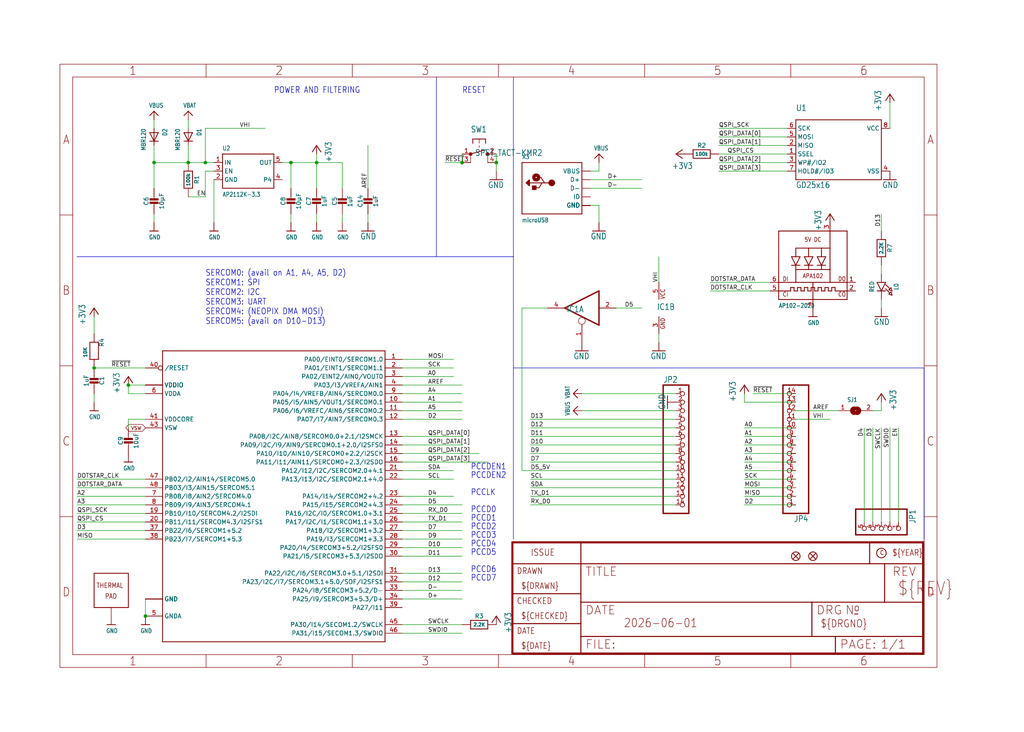
<source format=kicad_sch>
(kicad_sch (version 20231120) (generator "eeschema") (generator_version "8.0")
  (paper "User" 303.962 217.322)
  (lib_symbols
    (symbol "board-eagle-import:+3V3" (power)
      (symbol "+3V3_1_0"
        (pin power_in line (at 0 -2.54 90) (length 2.54) (name "+3V3") (number "1"))
      )
    )
    (symbol "board-eagle-import:741G125DBV"
      (property "Reference" "IC" (at -0.635 -0.635 0))
      (symbol "741G125DBV_1_0"
        (pin input line (at 0 10.16 270) (length 5.08) (name "OE") (number "1"))
        (pin input line (at -10.16 0 0) (length 5.08) (name "I") (number "2"))
        (pin tri_state line (at 10.16 0 180) (length 5.08) (name "O") (number "4"))
      )
      (symbol "741G125DBV_2_0"
        (text "GND" (at 1.905 -6.35 900) (effects (font (size 1.27 1.0795)) (justify left bottom)))
        (text "VCC" (at 1.905 2.54 900) (effects (font (size 1.27 1.0795)) (justify left bottom)))
        (pin power_in line (at 0 -7.62 90) (length 5.08) (name "GND") (number "3"))
        (pin power_in line (at 0 7.62 270) (length 5.08) (name "VCC") (number "5"))
      )
    )
    (symbol "board-eagle-import:APA1022020"
      (symbol "APA1022020_1_0"
        (text "5V DC" (at 0 7.62 0) (effects (font (size 1.27 1.0795))))
        (text "APA102" (at 0 -3.175 0) (effects (font (size 1.27 1.0795))))
        (text "CI" (at -8.128 -8.636 0) (effects (font (size 1.27 1.0795))))
        (text "CO" (at 8.636 -8.636 0) (effects (font (size 1.27 1.0795))))
        (text "DI" (at -8.128 -4.064 0) (effects (font (size 1.27 1.0795))))
        (text "DO" (at 8.636 -4.064 0) (effects (font (size 1.27 1.0795))))
        (pin output line (at 12.7 -5.08 180) (length 2.54) (name "DO") (number "1"))
        (pin output line (at 12.7 -7.62 180) (length 2.54) (name "CKO") (number "2"))
        (pin power_in line (at 5.08 12.7 270) (length 2.54) (name "VDD") (number "3"))
        (pin power_in line (at 0 -12.7 90) (length 2.54) (name "GND") (number "4"))
        (pin input line (at -12.7 -7.62 0) (length 2.54) (name "CKI") (number "5"))
        (pin input line (at -12.7 -5.08 0) (length 2.54) (name "DI") (number "6"))
      )
    )
    (symbol "board-eagle-import:ATSAMD51G_TQFN48"
      (symbol "ATSAMD51G_TQFN48_1_0"
        (pin bidirectional line (at 38.1 48.26 180) (length 5.08) (name "PA00/EINT0/SERCOM1.0") (number "1"))
        (pin bidirectional line (at 38.1 35.56 180) (length 5.08) (name "PA05/I5/AIN5/VOUT1/SERCOM0.1") (number "10"))
        (pin bidirectional line (at 38.1 33.02 180) (length 5.08) (name "PA06/I6/VREFC/AIN6/SERCOM0.2") (number "11"))
        (pin bidirectional line (at 38.1 30.48 180) (length 5.08) (name "PA07/I7/AIN7/SERCOM0.3") (number "12"))
        (pin bidirectional line (at 38.1 25.4 180) (length 5.08) (name "PA08/I2C/AIN8/SERCOM0.0+2.1/I2SMCK") (number "13"))
        (pin bidirectional line (at 38.1 22.86 180) (length 5.08) (name "PA09/I2C/I9/AIN9/SERCOM0.1+2.0/I2SFS0") (number "14"))
        (pin bidirectional line (at 38.1 20.32 180) (length 5.08) (name "PA10/I10/AIN10/SERCOM0+2.2/I2SCK") (number "15"))
        (pin bidirectional line (at 38.1 17.78 180) (length 5.08) (name "PA11/I11/AIN11/SERCOM0+2.3/I2SDO") (number "16"))
        (pin power_in line (at -38.1 40.64 0) (length 5.08) (name "VDDIO") (number "17"))
        (pin power_in line (at -38.1 -22.86 0) (length 5.08) (name "GND") (number "18"))
        (pin bidirectional line (at -38.1 2.54 0) (length 5.08) (name "PB10/I10/SERCOM4.2/I2SDI") (number "19"))
        (pin bidirectional line (at 38.1 45.72 180) (length 5.08) (name "PA01/EINT1/SERCOM1.1") (number "2"))
        (pin bidirectional line (at -38.1 0 0) (length 5.08) (name "PB11/I11/SERCOM4.3/I2SFS1") (number "20"))
        (pin bidirectional line (at 38.1 15.24 180) (length 5.08) (name "PA12/I12/I2C/SERCOM2.0+4.1") (number "21"))
        (pin bidirectional line (at 38.1 12.7 180) (length 5.08) (name "PA13/I13/I2C/SERCOM2.1+4.0") (number "22"))
        (pin bidirectional line (at 38.1 7.62 180) (length 5.08) (name "PA14/I14/SERCOM2+4.2") (number "23"))
        (pin bidirectional line (at 38.1 5.08 180) (length 5.08) (name "PA15/I15/SERCOM2+4.3") (number "24"))
        (pin bidirectional line (at 38.1 2.54 180) (length 5.08) (name "PA16/I2C/I0/SERCOM1.0+3.1") (number "25"))
        (pin bidirectional line (at 38.1 0 180) (length 5.08) (name "PA17/I2C/I1/SERCOM1.1+3.0") (number "26"))
        (pin bidirectional line (at 38.1 -2.54 180) (length 5.08) (name "PA18/I2/SERCOM1+3.2") (number "27"))
        (pin bidirectional line (at 38.1 -5.08 180) (length 5.08) (name "PA19/I3/SERCOM1+3.3") (number "28"))
        (pin bidirectional line (at 38.1 -7.62 180) (length 5.08) (name "PA20/I4/SERCOM3+5.2/I2SFS0") (number "29"))
        (pin bidirectional line (at 38.1 43.18 180) (length 5.08) (name "PA02/EINT2/AIN0/VOUT0") (number "3"))
        (pin bidirectional line (at 38.1 -10.16 180) (length 5.08) (name "PA21/I5/SERCOM3+5.3/I2SDO") (number "30"))
        (pin bidirectional line (at 38.1 -15.24 180) (length 5.08) (name "PA22/I2C/I6/SERCOM3.0+5.1/I2SDI") (number "31"))
        (pin bidirectional line (at 38.1 -17.78 180) (length 5.08) (name "PA23/I2C/I7/SERCOM3.1+5.0/SOF/I2SFS1") (number "32"))
        (pin bidirectional line (at 38.1 -20.32 180) (length 5.08) (name "PA24/I8/SERCOM3+5.2/D-") (number "33"))
        (pin bidirectional line (at 38.1 -22.86 180) (length 5.08) (name "PA25/I9/SERCOM3+5.3/D+") (number "34"))
        (pin power_in line (at -38.1 -22.86 0) (length 5.08) (name "GND") (number "35"))
        (pin power_in line (at -38.1 40.64 0) (length 5.08) (name "VDDIO") (number "36"))
        (pin bidirectional line (at -38.1 -2.54 0) (length 5.08) (name "PB22/I6/SERCOM1+5.2") (number "37"))
        (pin bidirectional line (at -38.1 -5.08 0) (length 5.08) (name "PB23/I7/SERCOM1+5.3") (number "38"))
        (pin bidirectional line (at 38.1 -25.4 180) (length 5.08) (name "PA27/I11") (number "39"))
        (pin bidirectional line (at 38.1 40.64 180) (length 5.08) (name "PA03/I3/VREFA/AIN1") (number "4"))
        (pin bidirectional inverted (at -38.1 45.72 0) (length 5.08) (name "/RESET") (number "40"))
        (pin power_in line (at -38.1 30.48 0) (length 5.08) (name "VDDCORE") (number "41"))
        (pin power_in line (at -38.1 -22.86 0) (length 5.08) (name "GND") (number "42"))
        (pin power_in line (at -38.1 27.94 0) (length 5.08) (name "VSW") (number "43"))
        (pin power_in line (at -38.1 40.64 0) (length 5.08) (name "VDDIO") (number "44"))
        (pin bidirectional line (at 38.1 -30.48 180) (length 5.08) (name "PA30/I14/SECOM1.2/SWCLK") (number "45"))
        (pin bidirectional line (at 38.1 -33.02 180) (length 5.08) (name "PA31/I15/SECOM1.3/SWDIO") (number "46"))
        (pin bidirectional line (at -38.1 12.7 0) (length 5.08) (name "PB02/I2/AIN14/SERCOM5.0") (number "47"))
        (pin bidirectional line (at -38.1 10.16 0) (length 5.08) (name "PB03/I3/AIN15/SERCOM5.1") (number "48"))
        (pin power_in line (at -38.1 -27.94 0) (length 5.08) (name "GNDA") (number "5"))
        (pin power_in line (at -38.1 38.1 0) (length 5.08) (name "VDDA") (number "6"))
        (pin bidirectional line (at -38.1 7.62 0) (length 5.08) (name "PB08/I8/AIN2/SERCOM4.0") (number "7"))
        (pin bidirectional line (at -38.1 5.08 0) (length 5.08) (name "PB09/I9/AIN3/SERCOM4.1") (number "8"))
        (pin bidirectional line (at 38.1 38.1 180) (length 5.08) (name "PA04/I4/VREFB/AIN4/SERCOM0.0") (number "9"))
      )
      (symbol "ATSAMD51G_TQFN48_2_0"
        (text "PAD" (at -1.905 -2.54 0) (effects (font (size 1.4224 1.209)) (justify left bottom)))
        (text "THERMAL" (at -4.445 0.635 0) (effects (font (size 1.4224 1.209)) (justify left bottom)))
        (pin power_in line (at 0 -7.62 90) (length 2.54) (name "TP") (number "THERMAL"))
      )
    )
    (symbol "board-eagle-import:CAP_CERAMIC0603_NO"
      (property "Reference" "C" (at -2.29 1.25 90))
      (symbol "CAP_CERAMIC0603_NO_1_0"
        (pin passive line (at 0 5.08 270) (length 2.54) (name "1") (number "1"))
        (pin passive line (at 0 -2.54 90) (length 2.54) (name "2") (number "2"))
      )
    )
    (symbol "board-eagle-import:CAP_CERAMIC0805-NOOUTLINE"
      (property "Reference" "C" (at -2.29 1.25 90))
      (symbol "CAP_CERAMIC0805-NOOUTLINE_1_0"
        (pin passive line (at 0 5.08 270) (length 2.54) (name "1") (number "1"))
        (pin passive line (at 0 -2.54 90) (length 2.54) (name "2") (number "2"))
      )
    )
    (symbol "board-eagle-import:CAP_CERAMIC_0603MP"
      (property "Reference" "C" (at -2.29 1.25 90))
      (symbol "CAP_CERAMIC_0603MP_1_0"
        (pin passive line (at 0 5.08 270) (length 2.54) (name "1") (number "1"))
        (pin passive line (at 0 -2.54 90) (length 2.54) (name "2") (number "2"))
      )
    )
    (symbol "board-eagle-import:CAP_CERAMIC_0805MP"
      (property "Reference" "C" (at -2.29 1.25 90))
      (symbol "CAP_CERAMIC_0805MP_1_0"
        (pin passive line (at 0 5.08 270) (length 2.54) (name "1") (number "1"))
        (pin passive line (at 0 -2.54 90) (length 2.54) (name "2") (number "2"))
      )
    )
    (symbol "board-eagle-import:DIODE_SOD-123FL"
      (property "Reference" "D" (at -2.54 2.54 0))
      (symbol "DIODE_SOD-123FL_1_0"
        (pin passive line (at -2.54 0 0) (length 2.54) (name "A") (number "A"))
        (pin passive line (at 2.54 0 180) (length 2.54) (name "C") (number "C"))
      )
    )
    (symbol "board-eagle-import:FIDUCIAL_1MM")
    (symbol "board-eagle-import:FRAME_A4"
      (symbol "FRAME_A4_1_0"
        (text "1" (at 21.6958 1.905 0) (effects (font (size 2.54 2.286))))
        (text "1" (at 21.6958 177.165 0) (effects (font (size 2.54 2.286))))
        (text "2" (at 65.0875 1.905 0) (effects (font (size 2.54 2.286))))
        (text "2" (at 65.0875 177.165 0) (effects (font (size 2.54 2.286))))
        (text "3" (at 108.4792 1.905 0) (effects (font (size 2.54 2.286))))
        (text "3" (at 108.4792 177.165 0) (effects (font (size 2.54 2.286))))
        (text "4" (at 151.8708 1.905 0) (effects (font (size 2.54 2.286))))
        (text "4" (at 151.8708 177.165 0) (effects (font (size 2.54 2.286))))
        (text "5" (at 195.2625 1.905 0) (effects (font (size 2.54 2.286))))
        (text "5" (at 195.2625 177.165 0) (effects (font (size 2.54 2.286))))
        (text "6" (at 238.6542 1.905 0) (effects (font (size 2.54 2.286))))
        (text "6" (at 238.6542 177.165 0) (effects (font (size 2.54 2.286))))
        (text "A" (at 1.905 156.6863 0) (effects (font (size 2.54 2.286))))
        (text "A" (at 258.445 156.6863 0) (effects (font (size 2.54 2.286))))
        (text "B" (at 1.905 111.9188 0) (effects (font (size 2.54 2.286))))
        (text "B" (at 258.445 111.9188 0) (effects (font (size 2.54 2.286))))
        (text "C" (at 1.905 67.1513 0) (effects (font (size 2.54 2.286))))
        (text "C" (at 258.445 67.1513 0) (effects (font (size 2.54 2.286))))
        (text "D" (at 1.905 22.3838 0) (effects (font (size 2.54 2.286))))
        (text "D" (at 258.445 22.3838 0) (effects (font (size 2.54 2.286))))
      )
      (symbol "FRAME_A4_2_0"
        (text "${#}/${##}" (at 108.9152 2.8448 0) (effects (font (size 2.54 2.54)) (justify left bottom)))
        (text "${CHECKED}" (at 2.2352 11.7348 0) (effects (font (size 1.778 1.5113)) (justify left bottom)))
        (text "${COMPANY}" (at 23.349 29.6735 0) (effects (font (size 3.175 2.6987) (thickness 0.5397) (bold yes)) (justify left bottom)))
        (text "${CURRENT_DATE}" (at 32.7152 9.1948 0) (effects (font (size 2.54 2.159)) (justify left bottom)))
        (text "${DATE}" (at 2.2352 2.8448 0) (effects (font (size 1.778 1.5113)) (justify left bottom)))
        (text "${DRAWN}" (at 2.2352 20.6248 0) (effects (font (size 1.778 1.5113)) (justify left bottom)))
        (text "${DRGNO}" (at 91.1352 9.1948 0) (effects (font (size 2.1844 1.8567)) (justify left bottom)))
        (text "${PROJECTNAME}" (at 33.0327 2.8448 0) (effects (font (size 2.54 2.159)) (justify left bottom)))
        (text "${REV}" (at 113.9952 18.7198 0) (effects (font (size 3.81 3.2385)) (justify left bottom)))
        (text "${YEAR}" (at 112.4077 30.4673 0) (effects (font (size 1.778 1.5113)) (justify left bottom)))
        (text "C" (at 108.7564 30.7848 0) (effects (font (size 1.27 1.0795)) (justify left bottom)))
        (text "CHECKED" (at 0.9652 16.1798 0) (effects (font (size 1.778 1.5113)) (justify left bottom)))
        (text "DATE" (at 0.9652 7.2898 0) (effects (font (size 1.778 1.5113)) (justify left bottom)))
        (text "DATE" (at 21.2852 13.0048 0) (effects (font (size 2.54 2.54)) (justify left bottom)))
        (text "DRAWN" (at 0.9652 25.0698 0) (effects (font (size 1.778 1.5113)) (justify left bottom)))
        (text "DRG" (at 89.8652 13.0048 0) (effects (font (size 2.54 2.54)) (justify left bottom)))
        (text "FILE:" (at 21.2852 2.8448 0) (effects (font (size 2.54 2.54)) (justify left bottom)))
        (text "ISSUE" (at 5.0927 30.4673 0) (effects (font (size 1.9304 1.6408)) (justify left bottom)))
        (text "N" (at 98.4377 13.0048 0) (effects (font (size 2.54 2.54)) (justify left bottom)))
        (text "o" (at 100.9777 13.9573 0) (effects (font (size 2.1844 1.8567)) (justify left bottom)))
        (text "PAGE:" (at 96.8502 2.8448 0) (effects (font (size 2.54 2.54)) (justify left bottom)))
        (text "REV" (at 112.4077 24.4348 0) (effects (font (size 2.54 2.54)) (justify left bottom)))
        (text "TITLE" (at 21.2852 24.4348 0) (effects (font (size 2.54 2.54)) (justify left bottom)))
      )
    )
    (symbol "board-eagle-import:GND" (power)
      (symbol "GND_1_0"
        (pin power_in line (at 0 2.54 270) (length 2.54) (name "GND") (number "1"))
      )
    )
    (symbol "board-eagle-import:HEADER-1X14"
      (property "Reference" "JP" (at -6.35 20.955 0))
      (symbol "HEADER-1X14_1_0"
        (pin passive inverted (at -2.54 17.78 0) (length 2.54) (name "1") (number "1"))
        (pin passive inverted (at -2.54 -5.08 0) (length 2.54) (name "10") (number "10"))
        (pin passive inverted (at -2.54 -7.62 0) (length 2.54) (name "11") (number "11"))
        (pin passive inverted (at -2.54 -10.16 0) (length 2.54) (name "12") (number "12"))
        (pin passive inverted (at -2.54 -12.7 0) (length 2.54) (name "13") (number "13"))
        (pin passive inverted (at -2.54 -15.24 0) (length 2.54) (name "14") (number "14"))
        (pin passive inverted (at -2.54 15.24 0) (length 2.54) (name "2") (number "2"))
        (pin passive inverted (at -2.54 12.7 0) (length 2.54) (name "3") (number "3"))
        (pin passive inverted (at -2.54 10.16 0) (length 2.54) (name "4") (number "4"))
        (pin passive inverted (at -2.54 7.62 0) (length 2.54) (name "5") (number "5"))
        (pin passive inverted (at -2.54 5.08 0) (length 2.54) (name "6") (number "6"))
        (pin passive inverted (at -2.54 2.54 0) (length 2.54) (name "7") (number "7"))
        (pin passive inverted (at -2.54 0 0) (length 2.54) (name "8") (number "8"))
        (pin passive inverted (at -2.54 -2.54 0) (length 2.54) (name "9") (number "9"))
      )
    )
    (symbol "board-eagle-import:HEADER-1X570MIL"
      (property "Reference" "JP" (at -6.35 8.255 0))
      (symbol "HEADER-1X570MIL_1_0"
        (pin passive inverted (at -2.54 5.08 0) (length 2.54) (name "1") (number "1"))
        (pin passive inverted (at -2.54 2.54 0) (length 2.54) (name "2") (number "2"))
        (pin passive inverted (at -2.54 0 0) (length 2.54) (name "3") (number "3"))
        (pin passive inverted (at -2.54 -2.54 0) (length 2.54) (name "4") (number "4"))
        (pin passive inverted (at -2.54 -5.08 0) (length 2.54) (name "5") (number "5"))
      )
    )
    (symbol "board-eagle-import:LED0603_NOOUTLINE"
      (property "Reference" "D" (at -1.27 4.445 0))
      (symbol "LED0603_NOOUTLINE_1_0"
        (pin passive line (at -5.08 0 0) (length 2.54) (name "A") (number "A"))
        (pin passive line (at 2.54 0 180) (length 2.54) (name "C") (number "C"))
      )
    )
    (symbol "board-eagle-import:RESISTOR_0603MP"
      (property "Reference" "R" (at 0 2.54 0))
      (symbol "RESISTOR_0603MP_1_0"
        (pin passive line (at -5.08 0 0) (length 2.54) (name "1") (number "1"))
        (pin passive line (at 5.08 0 180) (length 2.54) (name "2") (number "2"))
      )
    )
    (symbol "board-eagle-import:RESISTOR_0603_NOOUT"
      (property "Reference" "R" (at 0 2.54 0))
      (symbol "RESISTOR_0603_NOOUT_1_0"
        (pin passive line (at -5.08 0 0) (length 2.54) (name "1") (number "1"))
        (pin passive line (at 5.08 0 180) (length 2.54) (name "2") (number "2"))
      )
    )
    (symbol "board-eagle-import:SOLDERJUMPERCLOSED"
      (property "Reference" "SJ" (at -2.54 2.54 0))
      (symbol "SOLDERJUMPERCLOSED_1_0"
        (pin passive line (at -5.08 0 0) (length 2.54) (name "1") (number "1"))
        (pin passive line (at 5.08 0 180) (length 2.54) (name "2") (number "2"))
      )
    )
    (symbol "board-eagle-import:SPIFLASH_8PINUX"
      (property "Reference" "U" (at -12.7 12.7 0))
      (symbol "SPIFLASH_8PINUX_1_0"
        (pin bidirectional line (at -15.24 0 0) (length 2.54) (name "SSEL") (number "1"))
        (pin bidirectional line (at -15.24 2.54 0) (length 2.54) (name "MISO") (number "2"))
        (pin bidirectional line (at -15.24 -2.54 0) (length 2.54) (name "WP#/IO2") (number "3"))
        (pin bidirectional line (at 15.24 -5.08 180) (length 2.54) (name "VSS") (number "4"))
        (pin bidirectional line (at -15.24 5.08 0) (length 2.54) (name "MOSI") (number "5"))
        (pin bidirectional line (at -15.24 7.62 0) (length 2.54) (name "SCK") (number "6"))
        (pin bidirectional line (at -15.24 -5.08 0) (length 2.54) (name "HOLD#/IO3") (number "7"))
        (pin bidirectional line (at 15.24 7.62 180) (length 2.54) (name "VCC") (number "8"))
      )
    )
    (symbol "board-eagle-import:SPST_TACT-KMR2"
      (property "Reference" "SW" (at -6.35 -2.54 90))
      (symbol "SPST_TACT-KMR2_1_0"
        (pin passive line (at 0 -5.08 90) (length 2.54) (name "P") (number "1"))
        (pin passive line (at 0 5.08 270) (length 2.54) (name "S") (number "2"))
        (pin passive line (at 2.54 -5.08 90) (length 2.54) (name "P1") (number "3"))
        (pin passive line (at 2.54 5.08 270) (length 2.54) (name "S1") (number "4"))
      )
    )
    (symbol "board-eagle-import:USB_MICRO_20329_V2"
      (property "Reference" "X" (at -10.16 8.636 0))
      (symbol "USB_MICRO_20329_V2_1_0"
        (pin power_in line (at 10.16 -5.08 180) (length 2.54) (name "GND") (number "BASE@1"))
        (pin power_in line (at 10.16 -5.08 180) (length 2.54) (name "GND") (number "BASE@2"))
        (pin bidirectional line (at 10.16 2.54 180) (length 2.54) (name "D+") (number "D+"))
        (pin bidirectional line (at 10.16 0 180) (length 2.54) (name "D-") (number "D-"))
        (pin power_in line (at 10.16 -5.08 180) (length 2.54) (name "GND") (number "GND"))
        (pin bidirectional line (at 10.16 -2.54 180) (length 2.54) (name "ID") (number "ID"))
        (pin power_in line (at 10.16 -5.08 180) (length 2.54) (name "GND") (number "SPRT@1"))
        (pin power_in line (at 10.16 -5.08 180) (length 2.54) (name "GND") (number "SPRT@2"))
        (pin power_in line (at 10.16 -5.08 180) (length 2.54) (name "GND") (number "SPRT@3"))
        (pin power_in line (at 10.16 -5.08 180) (length 2.54) (name "GND") (number "SPRT@4"))
        (pin power_in line (at 10.16 5.08 180) (length 2.54) (name "VBUS") (number "VBUS"))
      )
    )
    (symbol "board-eagle-import:VBAT" (power)
      (symbol "VBAT_1_0"
        (pin power_in line (at 0 -2.54 90) (length 2.54) (name "VBAT") (number "1"))
      )
    )
    (symbol "board-eagle-import:VBUS" (power)
      (symbol "VBUS_1_0"
        (pin power_in line (at 0 -2.54 90) (length 2.54) (name "VBUS") (number "1"))
      )
    )
    (symbol "board-eagle-import:VREG_SOT23-5"
      (property "Reference" "U" (at -7.62 6.096 0))
      (symbol "VREG_SOT23-5_1_0"
        (pin power_in line (at -10.16 2.54 0) (length 2.54) (name "IN") (number "1"))
        (pin power_in line (at -10.16 -2.54 0) (length 2.54) (name "GND") (number "2"))
        (pin input line (at -10.16 0 0) (length 2.54) (name "EN") (number "3"))
        (pin bidirectional line (at 10.16 -2.54 180) (length 2.54) (name "P4") (number "4"))
        (pin power_in line (at 10.16 2.54 180) (length 2.54) (name "OUT") (number "5"))
      )
    )
    (symbol "board-eagle-import:supply1_GND" (power)
      (symbol "supply1_GND_1_0"
        (pin power_in line (at 0 2.54 270) (length 2.54) (name "GND") (number "1"))
      )
    )
  )
  (junction (at 137.16 48.26))
  (junction (at 27.94 109.22))
  (junction (at 60.96 48.26))
  (junction (at 55.88 48.26))
  (junction (at 86.36 48.26))
  (junction (at 38.1 114.3))
  (junction (at 147.32 48.26))
  (junction (at 43.18 182.88))
  (junction (at 45.72 48.26))
  (junction (at 93.98 48.26))
  (wire (pts (xy 93.98 48.26) (xy 101.6 48.26)) (stroke (width 0.1524)))
  (wire (pts (xy 86.36 55.88) (xy 86.36 48.26)) (stroke (width 0.1524)))
  (wire (pts (xy 236.22 137.16) (xy 220.98 137.16)) (stroke (width 0.1524)))
  (wire (pts (xy 134.62 139.7) (xy 119.38 139.7)) (stroke (width 0.1524)))
  (polyline (pts (xy 274.32 160.02) (xy 274.32 109.22)) (stroke (width 0.1524) (type solid)))
  (wire (pts (xy 119.38 124.46) (xy 137.16 124.46)) (stroke (width 0.1524)))
  (wire (pts (xy 157.48 132.08) (xy 200.66 132.08)) (stroke (width 0.1524)))
  (wire (pts (xy 119.38 175.26) (xy 137.16 175.26)) (stroke (width 0.1524)))
  (wire (pts (xy 43.18 152.4) (xy 22.86 152.4)) (stroke (width 0.1524)))
  (wire (pts (xy 261.62 88.9) (xy 261.62 91.44)) (stroke (width 0.1524)))
  (wire (pts (xy 137.16 119.38) (xy 119.38 119.38)) (stroke (width 0.1524)))
  (wire (pts (xy 55.88 48.26) (xy 45.72 48.26)) (stroke (width 0.1524)))
  (wire (pts (xy 119.38 132.08) (xy 137.16 132.08)) (stroke (width 0.1524)))
  (polyline (pts (xy 152.4 76.2) (xy 152.4 22.86)) (stroke (width 0.1524) (type solid)))
  (wire (pts (xy 259.08 121.92) (xy 261.62 121.92)) (stroke (width 0.1524)))
  (wire (pts (xy 60.96 48.26) (xy 60.96 38.1)) (stroke (width 0.1524)))
  (wire (pts (xy 43.18 114.3) (xy 38.1 114.3)) (stroke (width 0.1524)))
  (wire (pts (xy 157.48 137.16) (xy 200.66 137.16)) (stroke (width 0.1524)))
  (wire (pts (xy 147.32 45.72) (xy 147.32 48.26)) (stroke (width 0.1524)))
  (wire (pts (xy 27.94 119.38) (xy 27.94 116.84)) (stroke (width 0.1524)))
  (wire (pts (xy 233.68 48.26) (xy 213.36 48.26)) (stroke (width 0.1524)))
  (wire (pts (xy 200.66 142.24) (xy 157.48 142.24)) (stroke (width 0.1524)))
  (wire (pts (xy 175.26 60.96) (xy 177.8 60.96)) (stroke (width 0.1524)))
  (wire (pts (xy 45.72 48.26) (xy 45.72 55.88)) (stroke (width 0.1524)))
  (wire (pts (xy 220.98 119.38) (xy 236.22 119.38)) (stroke (width 0.1524)))
  (wire (pts (xy 109.22 63.5) (xy 109.22 66.04)) (stroke (width 0.1524)))
  (wire (pts (xy 177.8 60.96) (xy 177.8 66.04)) (stroke (width 0.1524)))
  (polyline (pts (xy 152.4 109.22) (xy 152.4 76.2)) (stroke (width 0.1524) (type solid)))
  (wire (pts (xy 259.08 154.94) (xy 259.08 127)) (stroke (width 0.1524)))
  (wire (pts (xy 190.5 55.88) (xy 175.26 55.88)) (stroke (width 0.1524)))
  (wire (pts (xy 210.82 86.36) (xy 228.6 86.36)) (stroke (width 0.1524)))
  (wire (pts (xy 119.38 165.1) (xy 137.16 165.1)) (stroke (width 0.1524)))
  (wire (pts (xy 175.26 53.34) (xy 190.5 53.34)) (stroke (width 0.1524)))
  (wire (pts (xy 236.22 127) (xy 220.98 127)) (stroke (width 0.1524)))
  (wire (pts (xy 261.62 127) (xy 261.62 154.94)) (stroke (width 0.1524)))
  (wire (pts (xy 220.98 116.84) (xy 220.98 119.38)) (stroke (width 0.1524)))
  (wire (pts (xy 137.16 48.26) (xy 137.16 45.72)) (stroke (width 0.1524)))
  (wire (pts (xy 195.58 99.06) (xy 195.58 101.6)) (stroke (width 0.1524)))
  (wire (pts (xy 195.58 76.2) (xy 195.58 83.82)) (stroke (width 0.1524)))
  (wire (pts (xy 175.26 50.8) (xy 177.8 50.8)) (stroke (width 0.1524)))
  (wire (pts (xy 22.86 154.94) (xy 43.18 154.94)) (stroke (width 0.1524)))
  (wire (pts (xy 45.72 63.5) (xy 45.72 66.04)) (stroke (width 0.1524)))
  (wire (pts (xy 119.38 170.18) (xy 137.16 170.18)) (stroke (width 0.1524)))
  (wire (pts (xy 45.72 35.56) (xy 45.72 38.1)) (stroke (width 0.1524)))
  (wire (pts (xy 22.86 144.78) (xy 43.18 144.78)) (stroke (width 0.1524)))
  (wire (pts (xy 182.88 91.44) (xy 190.5 91.44)) (stroke (width 0.1524)))
  (wire (pts (xy 220.98 129.54) (xy 236.22 129.54)) (stroke (width 0.1524)))
  (wire (pts (xy 38.1 116.84) (xy 38.1 114.3)) (stroke (width 0.1524)))
  (wire (pts (xy 236.22 124.46) (xy 246.38 124.46)) (stroke (width 0.1524)))
  (wire (pts (xy 132.08 48.26) (xy 137.16 48.26)) (stroke (width 0.1524)))
  (wire (pts (xy 147.32 50.8) (xy 147.32 48.26)) (stroke (width 0.1524)))
  (wire (pts (xy 119.38 152.4) (xy 137.16 152.4)) (stroke (width 0.1524)))
  (wire (pts (xy 43.18 109.22) (xy 27.94 109.22)) (stroke (width 0.1524)))
  (wire (pts (xy 137.16 177.8) (xy 119.38 177.8)) (stroke (width 0.1524)))
  (wire (pts (xy 200.66 139.7) (xy 154.94 139.7)) (stroke (width 0.1524)))
  (wire (pts (xy 22.86 160.02) (xy 43.18 160.02)) (stroke (width 0.1524)))
  (wire (pts (xy 236.22 132.08) (xy 220.98 132.08)) (stroke (width 0.1524)))
  (wire (pts (xy 119.38 106.68) (xy 134.62 106.68)) (stroke (width 0.1524)))
  (wire (pts (xy 43.18 124.46) (xy 38.1 124.46)) (stroke (width 0.1524)))
  (wire (pts (xy 93.98 63.5) (xy 93.98 66.04)) (stroke (width 0.1524)))
  (wire (pts (xy 233.68 45.72) (xy 213.36 45.72)) (stroke (width 0.1524)))
  (wire (pts (xy 93.98 48.26) (xy 93.98 55.88)) (stroke (width 0.1524)))
  (wire (pts (xy 86.36 48.26) (xy 93.98 48.26)) (stroke (width 0.1524)))
  (wire (pts (xy 55.88 48.26) (xy 60.96 48.26)) (stroke (width 0.1524)))
  (wire (pts (xy 119.38 162.56) (xy 137.16 162.56)) (stroke (width 0.1524)))
  (wire (pts (xy 172.72 116.84) (xy 200.66 116.84)) (stroke (width 0.1524)))
  (wire (pts (xy 27.94 99.06) (xy 27.94 93.98)) (stroke (width 0.1524)))
  (wire (pts (xy 119.38 134.62) (xy 142.24 134.62)) (stroke (width 0.1524)))
  (wire (pts (xy 119.38 147.32) (xy 134.62 147.32)) (stroke (width 0.1524)))
  (wire (pts (xy 119.38 111.76) (xy 134.62 111.76)) (stroke (width 0.1524)))
  (wire (pts (xy 154.94 91.44) (xy 162.56 91.44)) (stroke (width 0.1524)))
  (wire (pts (xy 154.94 139.7) (xy 154.94 91.44)) (stroke (width 0.1524)))
  (wire (pts (xy 86.36 63.5) (xy 86.36 66.04)) (stroke (width 0.1524)))
  (wire (pts (xy 119.38 185.42) (xy 137.16 185.42)) (stroke (width 0.1524)))
  (polyline (pts (xy 152.4 76.2) (xy 129.54 76.2)) (stroke (width 0.1524) (type solid)))
  (wire (pts (xy 200.66 134.62) (xy 157.48 134.62)) (stroke (width 0.1524)))
  (wire (pts (xy 119.38 172.72) (xy 137.16 172.72)) (stroke (width 0.1524)))
  (wire (pts (xy 157.48 127) (xy 200.66 127)) (stroke (width 0.1524)))
  (wire (pts (xy 200.66 124.46) (xy 157.48 124.46)) (stroke (width 0.1524)))
  (wire (pts (xy 261.62 78.74) (xy 261.62 81.28)) (stroke (width 0.1524)))
  (wire (pts (xy 119.38 160.02) (xy 137.16 160.02)) (stroke (width 0.1524)))
  (wire (pts (xy 157.48 149.86) (xy 200.66 149.86)) (stroke (width 0.1524)))
  (wire (pts (xy 137.16 149.86) (xy 119.38 149.86)) (stroke (width 0.1524)))
  (wire (pts (xy 55.88 38.1) (xy 55.88 35.56)) (stroke (width 0.1524)))
  (wire (pts (xy 177.8 50.8) (xy 177.8 48.26)) (stroke (width 0.1524)))
  (wire (pts (xy 213.36 40.64) (xy 233.68 40.64)) (stroke (width 0.1524)))
  (wire (pts (xy 228.6 83.82) (xy 210.82 83.82)) (stroke (width 0.1524)))
  (wire (pts (xy 236.22 144.78) (xy 220.98 144.78)) (stroke (width 0.1524)))
  (wire (pts (xy 43.18 142.24) (xy 22.86 142.24)) (stroke (width 0.1524)))
  (polyline (pts (xy 274.32 109.22) (xy 152.4 109.22)) (stroke (width 0.1524) (type solid)))
  (wire (pts (xy 60.96 38.1) (xy 78.74 38.1)) (stroke (width 0.1524)))
  (wire (pts (xy 261.62 121.92) (xy 261.62 119.38)) (stroke (width 0.1524)))
  (polyline (pts (xy 129.54 76.2) (xy 129.54 22.86)) (stroke (width 0.1524) (type solid)))
  (wire (pts (xy 137.16 187.96) (xy 119.38 187.96)) (stroke (width 0.1524)))
  (wire (pts (xy 60.96 58.42) (xy 60.96 50.8)) (stroke (width 0.1524)))
  (wire (pts (xy 43.18 177.8) (xy 43.18 182.88)) (stroke (width 0.1524)))
  (wire (pts (xy 200.66 121.92) (xy 172.72 121.92)) (stroke (width 0.1524)))
  (wire (pts (xy 22.86 149.86) (xy 43.18 149.86)) (stroke (width 0.1524)))
  (wire (pts (xy 256.54 127) (xy 256.54 154.94)) (stroke (width 0.1524)))
  (wire (pts (xy 43.18 116.84) (xy 38.1 116.84)) (stroke (width 0.1524)))
  (wire (pts (xy 119.38 114.3) (xy 137.16 114.3)) (stroke (width 0.1524)))
  (wire (pts (xy 63.5 48.26) (xy 60.96 48.26)) (stroke (width 0.1524)))
  (wire (pts (xy 119.38 137.16) (xy 144.78 137.16)) (stroke (width 0.1524)))
  (wire (pts (xy 93.98 48.26) (xy 93.98 45.72)) (stroke (width 0.1524)))
  (wire (pts (xy 55.88 43.18) (xy 55.88 48.26)) (stroke (width 0.1524)))
  (wire (pts (xy 236.22 121.92) (xy 248.92 121.92)) (stroke (width 0.1524)))
  (wire (pts (xy 60.96 50.8) (xy 63.5 50.8)) (stroke (width 0.1524)))
  (wire (pts (xy 200.66 147.32) (xy 157.48 147.32)) (stroke (width 0.1524)))
  (wire (pts (xy 264.16 30.48) (xy 264.16 38.1)) (stroke (width 0.1524)))
  (wire (pts (xy 220.98 139.7) (xy 236.22 139.7)) (stroke (width 0.1524)))
  (wire (pts (xy 55.88 58.42) (xy 60.96 58.42)) (stroke (width 0.1524)))
  (wire (pts (xy 261.62 68.58) (xy 261.62 63.5)) (stroke (width 0.1524)))
  (wire (pts (xy 213.36 50.8) (xy 233.68 50.8)) (stroke (width 0.1524)))
  (wire (pts (xy 38.1 124.46) (xy 38.1 127)) (stroke (width 0.1524)))
  (wire (pts (xy 266.7 154.94) (xy 266.7 127)) (stroke (width 0.1524)))
  (wire (pts (xy 220.98 134.62) (xy 236.22 134.62)) (stroke (width 0.1524)))
  (wire (pts (xy 45.72 48.26) (xy 45.72 43.18)) (stroke (width 0.1524)))
  (wire (pts (xy 119.38 116.84) (xy 137.16 116.84)) (stroke (width 0.1524)))
  (wire (pts (xy 101.6 55.88) (xy 101.6 48.26)) (stroke (width 0.1524)))
  (wire (pts (xy 119.38 121.92) (xy 137.16 121.92)) (stroke (width 0.1524)))
  (wire (pts (xy 83.82 48.26) (xy 86.36 48.26)) (stroke (width 0.1524)))
  (wire (pts (xy 233.68 43.18) (xy 213.36 43.18)) (stroke (width 0.1524)))
  (wire (pts (xy 137.16 129.54) (xy 119.38 129.54)) (stroke (width 0.1524)))
  (wire (pts (xy 101.6 66.04) (xy 101.6 63.5)) (stroke (width 0.1524)))
  (wire (pts (xy 200.66 129.54) (xy 157.48 129.54)) (stroke (width 0.1524)))
  (wire (pts (xy 119.38 154.94) (xy 137.16 154.94)) (stroke (width 0.1524)))
  (wire (pts (xy 119.38 109.22) (xy 134.62 109.22)) (stroke (width 0.1524)))
  (polyline (pts (xy 22.86 76.2) (xy 129.54 76.2)) (stroke (width 0.1524) (type solid)))
  (wire (pts (xy 220.98 147.32) (xy 236.22 147.32)) (stroke (width 0.1524)))
  (wire (pts (xy 119.38 142.24) (xy 134.62 142.24)) (stroke (width 0.1524)))
  (wire (pts (xy 109.22 55.88) (xy 109.22 43.18)) (stroke (width 0.1524)))
  (wire (pts (xy 264.16 154.94) (xy 264.16 127)) (stroke (width 0.1524)))
  (wire (pts (xy 63.5 53.34) (xy 63.5 66.04)) (stroke (width 0.1524)))
  (wire (pts (xy 236.22 142.24) (xy 220.98 142.24)) (stroke (width 0.1524)))
  (wire (pts (xy 236.22 116.84) (xy 223.52 116.84)) (stroke (width 0.1524)))
  (wire (pts (xy 43.18 147.32) (xy 22.86 147.32)) (stroke (width 0.1524)))
  (wire (pts (xy 43.18 157.48) (xy 22.86 157.48)) (stroke (width 0.1524)))
  (wire (pts (xy 236.22 149.86) (xy 220.98 149.86)) (stroke (width 0.1524)))
  (wire (pts (xy 157.48 144.78) (xy 200.66 144.78)) (stroke (width 0.1524)))
  (wire (pts (xy 137.16 157.48) (xy 119.38 157.48)) (stroke (width 0.1524)))
  (wire (pts (xy 233.68 38.1) (xy 213.36 38.1)) (stroke (width 0.1524)))
  (polyline (pts (xy 152.4 160.02) (xy 152.4 109.22)) (stroke (width 0.1524) (type solid)))
  (text "PCCD1" (at 139.7 154.94 0) (effects (font (size 1.778 1.5113)) (justify left bottom)))
  (text "SERCOM0: (avail on A1, A4, A5, D2)\nSERCOM1: SPI\nSERCOM2: I2C\nSERCOM3: UART\nSERCOM4: (NEOPIX DMA MOSI)\nSERCOM5: (avail on D10-D13)" (at 60.96 96.52 0) (effects (font (size 1.778 1.5113)) (justify left bottom)))
  (text "PCCD6" (at 139.7 170.18 0) (effects (font (size 1.778 1.5113)) (justify left bottom)))
  (text "PCCD0" (at 139.7 152.4 0) (effects (font (size 1.778 1.5113)) (justify left bottom)))
  (text "PCCD4" (at 139.7 162.56 0) (effects (font (size 1.778 1.5113)) (justify left bottom)))
  (text "PCCLK" (at 139.7 147.32 0) (effects (font (size 1.778 1.5113)) (justify left bottom)))
  (text "PCCDEN2" (at 139.7 142.24 0) (effects (font (size 1.778 1.5113)) (justify left bottom)))
  (text "PCCD7" (at 139.7 172.72 0) (effects (font (size 1.778 1.5113)) (justify left bottom)))
  (text "PCCD2" (at 139.7 157.48 0) (effects (font (size 1.778 1.5113)) (justify left bottom)))
  (text "PCCD3" (at 139.7 160.02 0) (effects (font (size 1.778 1.5113)) (justify left bottom)))
  (text "POWER AND FILTERING" (at 81.28 27.94 0) (effects (font (size 1.778 1.5113)) (justify left bottom)))
  (text "PCCDEN1" (at 139.7 139.7 0) (effects (font (size 1.778 1.5113)) (justify left bottom)))
  (text "RESET" (at 137.16 27.94 0) (effects (font (size 1.778 1.5113)) (justify left bottom)))
  (text "PCCD5" (at 139.7 165.1 0) (effects (font (size 1.778 1.5113)) (justify left bottom)))
  (label "RX_D0" (at 157.48 149.86 0) (effects (font (size 1.2446 1.2446))))
  (label "A2" (at 220.98 132.08 0) (effects (font (size 1.2446 1.2446))))
  (label "A2" (at 22.86 147.32 0) (effects (font (size 1.2446 1.2446))))
  (label "D3" (at 259.08 127 270) (effects (font (size 1.2446 1.2446))))
  (label "A1" (at 127 119.38 0) (effects (font (size 1.2446 1.2446))))
  (label "D-" (at 127 175.26 0) (effects (font (size 1.2446 1.2446))))
  (label "DOTSTAR_DATA" (at 210.82 83.82 0) (effects (font (size 1.2446 1.2446))))
  (label "D11" (at 157.48 129.54 0) (effects (font (size 1.2446 1.2446))))
  (label "VHI" (at 71.12 38.1 0) (effects (font (size 1.2446 1.2446))))
  (label "D-" (at 180.34 55.88 0) (effects (font (size 1.2446 1.2446))))
  (label "AREF" (at 109.22 55.88 90) (effects (font (size 1.2446 1.2446))))
  (label "D4" (at 127 147.32 0) (effects (font (size 1.2446 1.2446))))
  (label "D+" (at 180.34 53.34 0) (effects (font (size 1.2446 1.2446))))
  (label "A4" (at 127 116.84 0) (effects (font (size 1.2446 1.2446))))
  (label "MISO" (at 220.98 147.32 0) (effects (font (size 1.2446 1.2446))))
  (label "QSPI_DATA[0]" (at 213.36 40.64 0) (effects (font (size 1.2446 1.2446))))
  (label "~{RESET}" (at 223.52 116.84 0) (effects (font (size 1.2446 1.2446))))
  (label "D7" (at 157.48 137.16 0) (effects (font (size 1.2446 1.2446))))
  (label "D10" (at 127 162.56 0) (effects (font (size 1.2446 1.2446))))
  (label "SWDIO" (at 264.16 127 270) (effects (font (size 1.2446 1.2446))))
  (label "SWCLK" (at 261.62 127 270) (effects (font (size 1.2446 1.2446))))
  (label "D5" (at 185.42 91.44 0) (effects (font (size 1.2446 1.2446))))
  (label "TX_D1" (at 157.48 147.32 0) (effects (font (size 1.2446 1.2446))))
  (label "VHI" (at 241.3 124.46 0) (effects (font (size 1.2446 1.2446))))
  (label "D10" (at 157.48 132.08 0) (effects (font (size 1.2446 1.2446))))
  (label "D13" (at 261.62 63.5 270) (effects (font (size 1.2446 1.2446))))
  (label "A1" (at 220.98 129.54 0) (effects (font (size 1.2446 1.2446))))
  (label "SDA" (at 127 139.7 0) (effects (font (size 1.2446 1.2446))))
  (label "SCL" (at 157.48 142.24 0) (effects (font (size 1.2446 1.2446))))
  (label "SWDIO" (at 127 187.96 0) (effects (font (size 1.2446 1.2446))))
  (label "A5" (at 127 121.92 0) (effects (font (size 1.2446 1.2446))))
  (label "D5_5V" (at 157.48 139.7 0) (effects (font (size 1.2446 1.2446))))
  (label "MOSI" (at 127 106.68 0) (effects (font (size 1.2446 1.2446))))
  (label "D9" (at 157.48 134.62 0) (effects (font (size 1.2446 1.2446))))
  (label "A3" (at 220.98 134.62 0) (effects (font (size 1.2446 1.2446))))
  (label "~{RESET}" (at 33.02 109.22 0) (effects (font (size 1.2446 1.2446))))
  (label "SCL" (at 127 142.24 0) (effects (font (size 1.2446 1.2446))))
  (label "EN" (at 58.42 58.42 0) (effects (font (size 1.2446 1.2446))))
  (label "D13" (at 157.48 124.46 0) (effects (font (size 1.2446 1.2446))))
  (label "EN" (at 266.7 127 270) (effects (font (size 1.2446 1.2446))))
  (label "~{RESET}" (at 132.08 48.26 0) (effects (font (size 1.2446 1.2446))))
  (label "QSPI_DATA[1]" (at 127 132.08 0) (effects (font (size 1.2446 1.2446))))
  (label "QSPI_DATA[1]" (at 213.36 43.18 0) (effects (font (size 1.2446 1.2446))))
  (label "D2" (at 127 124.46 0) (effects (font (size 1.2446 1.2446))))
  (label "TX_D1" (at 127 154.94 0) (effects (font (size 1.2446 1.2446))))
  (label "QSPI_SCK" (at 213.36 38.1 0) (effects (font (size 1.2446 1.2446))))
  (label "A0" (at 220.98 127 0) (effects (font (size 1.2446 1.2446))))
  (label "A5" (at 220.98 139.7 0) (effects (font (size 1.2446 1.2446))))
  (label "D4" (at 256.54 127 270) (effects (font (size 1.2446 1.2446))))
  (label "QSPI_DATA[2]" (at 127 134.62 0) (effects (font (size 1.2446 1.2446))))
  (label "D13" (at 127 170.18 0) (effects (font (size 1.2446 1.2446))))
  (label "RX_D0" (at 127 152.4 0) (effects (font (size 1.2446 1.2446))))
  (label "QSPI_DATA[2]" (at 213.36 48.26 0) (effects (font (size 1.2446 1.2446))))
  (label "QSPI_CS" (at 215.9 45.72 0) (effects (font (size 1.2446 1.2446))))
  (label "QSPI_DATA[3]" (at 127 137.16 0) (effects (font (size 1.2446 1.2446))))
  (label "QSPI_DATA[3]" (at 213.36 50.8 0) (effects (font (size 1.2446 1.2446))))
  (label "SDA" (at 157.48 144.78 0) (effects (font (size 1.2446 1.2446))))
  (label "SCK" (at 127 109.22 0) (effects (font (size 1.2446 1.2446))))
  (label "D12" (at 127 172.72 0) (effects (font (size 1.2446 1.2446))))
  (label "VHI" (at 195.58 83.82 90) (effects (font (size 1.2446 1.2446))))
  (label "MOSI" (at 220.98 144.78 0) (effects (font (size 1.2446 1.2446))))
  (label "QSPI_DATA[0]" (at 127 129.54 0) (effects (font (size 1.2446 1.2446))))
  (label "A0" (at 127 111.76 0) (effects (font (size 1.2446 1.2446))))
  (label "D7" (at 127 157.48 0) (effects (font (size 1.2446 1.2446))))
  (label "D5" (at 127 149.86 0) (effects (font (size 1.2446 1.2446))))
  (label "QSPI_SCK" (at 22.86 152.4 0) (effects (font (size 1.2446 1.2446))))
  (label "DOTSTAR_CLK" (at 210.82 86.36 0) (effects (font (size 1.2446 1.2446))))
  (label "D3" (at 22.86 157.48 0) (effects (font (size 1.2446 1.2446))))
  (label "D2" (at 220.98 149.86 0) (effects (font (size 1.2446 1.2446))))
  (label "A4" (at 220.98 137.16 0) (effects (font (size 1.2446 1.2446))))
  (label "D11" (at 127 165.1 0) (effects (font (size 1.2446 1.2446))))
  (label "MISO" (at 22.86 160.02 0) (effects (font (size 1.2446 1.2446))))
  (label "A3" (at 22.86 149.86 0) (effects (font (size 1.2446 1.2446))))
  (label "DOTSTAR_CLK" (at 22.86 142.24 0) (effects (font (size 1.2446 1.2446))))
  (label "SCK" (at 220.98 142.24 0) (effects (font (size 1.2446 1.2446))))
  (label "DOTSTAR_DATA" (at 22.86 144.78 0) (effects (font (size 1.2446 1.2446))))
  (label "AREF" (at 241.3 121.92 0) (effects (font (size 1.2446 1.2446))))
  (label "AREF" (at 127 114.3 0) (effects (font (size 1.2446 1.2446))))
  (label "D+" (at 127 177.8 0) (effects (font (size 1.2446 1.2446))))
  (label "D12" (at 157.48 127 0) (effects (font (size 1.2446 1.2446))))
  (label "QSPI_CS" (at 22.86 154.94 0) (effects (font (size 1.2446 1.2446))))
  (label "D9" (at 127 160.02 0) (effects (font (size 1.2446 1.2446))))
  (label "SWCLK" (at 127 185.42 0) (effects (font (size 1.2446 1.2446))))
  (global_label "VSW" (shape bidirectional) (at 43.18 127 180) (effects (font (size 1.016 1.016))) (property "Intersheetrefs" "${INTERSHEET_REFS}" (effects (hide yes))))
  (symbol (lib_id "board-eagle-import:VBAT") (at 55.88 33.02 0) (unit 1)
    (property "Reference" "#U$2" (effects (hide yes)))
    (property "Value" "VBAT" (at 54.356 32.004 0) (effects (font (size 1.27 1.0795)) (justify left bottom)))
  )
  (symbol (lib_id "board-eagle-import:+3V3") (at 200.66 45.72 90) (unit 1)
    (property "Reference" "#+3V8" (effects (hide yes)))
    (property "Value" "+3V3" (at 205.74 48.26 90) (effects (font (size 1.778 1.5113)) (justify left bottom)))
  )
  (symbol (lib_id "board-eagle-import:GND") (at 101.6 68.58 0) (unit 1)
    (property "Reference" "#U$11" (effects (hide yes)))
    (property "Value" "GND" (at 100.076 71.12 0) (effects (font (size 1.27 1.0795)) (justify left bottom)))
  )
  (symbol (lib_id "board-eagle-import:USB_MICRO_20329_V2") (at 165.1 55.88 0) (unit 1)
    (property "Reference" "X3" (at 154.94 47.244 0) (effects (font (size 1.27 1.0795)) (justify left bottom)))
    (property "Value" "microUSB" (at 154.94 66.04 0) (effects (font (size 1.27 1.0795)) (justify left bottom)))
    (property "Footprint" "board:4UCONN_20329_V2" (effects (hide yes)))
  )
  (symbol (lib_id "board-eagle-import:+3V3") (at 264.16 27.94 0) (unit 1)
    (property "Reference" "#+3V7" (effects (hide yes)))
    (property "Value" "+3V3" (at 261.62 33.02 90) (effects (font (size 1.778 1.5113)) (justify left bottom)))
  )
  (symbol (lib_id "board-eagle-import:GND") (at 63.5 68.58 0) (unit 1)
    (property "Reference" "#U$30" (effects (hide yes)))
    (property "Value" "GND" (at 61.976 71.12 0) (effects (font (size 1.27 1.0795)) (justify left bottom)))
  )
  (symbol (lib_id "board-eagle-import:VREG_SOT23-5") (at 73.66 50.8 0) (unit 1)
    (property "Reference" "U2" (at 66.04 44.704 0) (effects (font (size 1.27 1.0795)) (justify left bottom)))
    (property "Value" "AP2112K-3.3" (at 66.04 58.42 0) (effects (font (size 1.27 1.0795)) (justify left bottom)))
    (property "Footprint" "board:SOT23-5" (effects (hide yes)))
  )
  (symbol (lib_id "board-eagle-import:supply1_GND") (at 147.32 53.34 0) (unit 1)
    (property "Reference" "#GND7" (effects (hide yes)))
    (property "Value" "GND" (at 144.78 55.88 0) (effects (font (size 1.778 1.5113)) (justify left bottom)))
  )
  (symbol (lib_id "board-eagle-import:+3V3") (at 38.1 111.76 0) (unit 1)
    (property "Reference" "#+3V10" (effects (hide yes)))
    (property "Value" "+3V3" (at 35.56 116.84 90) (effects (font (size 1.778 1.5113)) (justify left bottom)))
  )
  (symbol (lib_id "board-eagle-import:VBUS") (at 170.18 121.92 90) (unit 1)
    (property "Reference" "#U$19" (effects (hide yes)))
    (property "Value" "VBUS" (at 169.164 123.444 0) (effects (font (size 1.27 1.0795)) (justify left bottom)))
  )
  (symbol (lib_id "board-eagle-import:LED0603_NOOUTLINE") (at 261.62 86.36 270) (unit 1)
    (property "Reference" "L0" (at 266.065 85.09 0) (effects (font (size 1.27 1.0795))))
    (property "Value" "RED" (at 258.826 85.09 0) (effects (font (size 1.27 1.0795))))
    (property "Footprint" "board:CHIPLED_0603_NOOUTLINE" (effects (hide yes)))
  )
  (symbol (lib_id "board-eagle-import:supply1_GND") (at 172.72 104.14 0) (unit 1)
    (property "Reference" "#GND3" (effects (hide yes)))
    (property "Value" "GND" (at 170.18 106.68 0) (effects (font (size 1.778 1.5113)) (justify left bottom)))
  )
  (symbol (lib_id "board-eagle-import:supply1_GND") (at 264.16 53.34 0) (mirror y) (unit 1)
    (property "Reference" "#GND8" (effects (hide yes)))
    (property "Value" "GND" (at 266.7 55.88 0) (effects (font (size 1.778 1.5113)) (justify left bottom)))
  )
  (symbol (lib_id "board-eagle-import:HEADER-1X570MIL") (at 261.62 157.48 270) (unit 1)
    (property "Reference" "JP1" (at 269.875 151.13 0) (effects (font (size 1.778 1.5113)) (justify left bottom)))
    (property "Value" "HEADER-1X570MIL" (effects (hide yes)))
    (property "Footprint" "board:1X05_ROUND_70" (effects (hide yes)))
  )
  (symbol (lib_id "board-eagle-import:CAP_CERAMIC_0805MP") (at 38.1 132.08 0) (unit 1)
    (property "Reference" "C9" (at 35.81 130.83 90))
    (property "Value" "10uF" (at 40.4 130.83 90))
    (property "Footprint" "board:_0805MP" (effects (hide yes)))
  )
  (symbol (lib_id "board-eagle-import:+3V3") (at 147.32 182.88 0) (mirror y) (unit 1)
    (property "Reference" "#+3V6" (effects (hide yes)))
    (property "Value" "+3V3" (at 149.86 187.96 90) (effects (font (size 1.778 1.5113)) (justify left bottom)))
  )
  (symbol (lib_id "board-eagle-import:HEADER-1X14") (at 233.68 132.08 180) (unit 1)
    (property "Reference" "JP4" (at 240.03 153.035 0) (effects (font (size 1.778 1.5113)) (justify left bottom)))
    (property "Value" "HEADER-1X14" (effects (hide yes)))
    (property "Footprint" "board:1X14_ROUND70" (effects (hide yes)))
  )
  (symbol (lib_id "board-eagle-import:supply1_GND") (at 177.8 68.58 0) (unit 1)
    (property "Reference" "#GND1" (effects (hide yes)))
    (property "Value" "GND" (at 175.26 71.12 0) (effects (font (size 1.778 1.5113)) (justify left bottom)))
  )
  (symbol (lib_id "board-eagle-import:SPIFLASH_8PINUX") (at 248.92 45.72 0) (unit 1)
    (property "Reference" "U1" (at 236.22 33.02 0) (effects (font (size 1.778 1.5113)) (justify left bottom)))
    (property "Value" "GD25x16" (at 236.22 55.88 0) (effects (font (size 1.778 1.5113)) (justify left bottom)))
    (property "Footprint" "board:USON8" (effects (hide yes)))
  )
  (symbol (lib_id "board-eagle-import:+3V3") (at 246.38 63.5 0) (unit 1)
    (property "Reference" "#+3V5" (effects (hide yes)))
    (property "Value" "+3V3" (at 243.84 68.58 90) (effects (font (size 1.778 1.5113)) (justify left bottom)))
  )
  (symbol (lib_id "board-eagle-import:GND") (at 43.18 185.42 0) (unit 1)
    (property "Reference" "#U$12" (effects (hide yes)))
    (property "Value" "GND" (at 41.656 187.96 0) (effects (font (size 1.27 1.0795)) (justify left bottom)))
  )
  (symbol (lib_id "board-eagle-import:DIODE_SOD-123FL") (at 55.88 40.64 270) (unit 1)
    (property "Reference" "D1" (at 58.42 38.1 0) (effects (font (size 1.27 1.0795)) (justify left bottom)))
    (property "Value" "MBR120" (at 52.07 38.1 0) (effects (font (size 1.27 1.0795)) (justify left bottom)))
    (property "Footprint" "board:SOD-123FL" (effects (hide yes)))
  )
  (symbol (lib_id "board-eagle-import:CAP_CERAMIC0805-NOOUTLINE") (at 86.36 60.96 0) (unit 1)
    (property "Reference" "C8" (at 84.07 59.71 90))
    (property "Value" "10µF" (at 88.66 59.71 90))
    (property "Footprint" "board:0805-NO" (effects (hide yes)))
  )
  (symbol (lib_id "board-eagle-import:RESISTOR_0603_NOOUT") (at 55.88 53.34 270) (unit 1)
    (property "Reference" "R1" (at 58.42 53.34 0))
    (property "Value" "100k" (at 55.88 53.34 0) (effects (font (size 1.016 1.016) (thickness 0.2032) (bold yes))))
    (property "Footprint" "board:0603-NO" (effects (hide yes)))
  )
  (symbol (lib_id "board-eagle-import:ATSAMD51G_TQFN48") (at 81.28 154.94 0) (unit 1)
    (property "Reference" "IC2" (effects (hide yes)))
    (property "Value" "ATSAMD51G_TQFN48" (effects (hide yes)))
    (property "Footprint" "board:TQFN48_7MM" (effects (hide yes)))
  )
  (symbol (lib_id "board-eagle-import:FIDUCIAL_1MM") (at 236.22 165.1 0) (unit 1)
    (property "Reference" "U$35" (effects (hide yes)))
    (property "Value" "FIDUCIAL_1MM" (effects (hide yes)))
    (property "Footprint" "board:FIDUCIAL_1MM" (effects (hide yes)))
  )
  (symbol (lib_id "board-eagle-import:741G125DBV") (at 195.58 91.44 0) (unit 2)
    (property "Reference" "IC1" (at 194.945 92.075 0) (effects (font (size 1.778 1.5113)) (justify left bottom)))
    (property "Value" "74HCT1G125DBV" (effects (hide yes)))
    (property "Footprint" "board:SOT23-5" (effects (hide yes)))
  )
  (symbol (lib_id "board-eagle-import:CAP_CERAMIC0603_NO") (at 93.98 60.96 0) (unit 1)
    (property "Reference" "C7" (at 91.69 59.71 90))
    (property "Value" "1uF" (at 96.28 59.71 90))
    (property "Footprint" "board:0603-NO" (effects (hide yes)))
  )
  (symbol (lib_id "board-eagle-import:GND") (at 33.02 185.42 0) (unit 1)
    (property "Reference" "#U$16" (effects (hide yes)))
    (property "Value" "GND" (at 31.496 187.96 0) (effects (font (size 1.27 1.0795)) (justify left bottom)))
  )
  (symbol (lib_id "board-eagle-import:VBUS") (at 177.8 45.72 0) (unit 1)
    (property "Reference" "#U$1" (effects (hide yes)))
    (property "Value" "VBUS" (at 176.276 44.704 0) (effects (font (size 1.27 1.0795)) (justify left bottom)))
  )
  (symbol (lib_id "board-eagle-import:supply1_GND") (at 109.22 68.58 0) (mirror y) (unit 1)
    (property "Reference" "#GND12" (effects (hide yes)))
    (property "Value" "GND" (at 111.76 71.12 0) (effects (font (size 1.778 1.5113)) (justify left bottom)))
  )
  (symbol (lib_id "board-eagle-import:+3V3") (at 27.94 91.44 0) (unit 1)
    (property "Reference" "#+3V11" (effects (hide yes)))
    (property "Value" "+3V3" (at 25.4 96.52 90) (effects (font (size 1.778 1.5113)) (justify left bottom)))
  )
  (symbol (lib_id "board-eagle-import:RESISTOR_0603_NOOUT") (at 208.28 45.72 0) (unit 1)
    (property "Reference" "R2" (at 208.28 43.18 0))
    (property "Value" "100k" (at 208.28 45.72 0) (effects (font (size 1.016 1.016) (thickness 0.2032) (bold yes))))
    (property "Footprint" "board:0603-NO" (effects (hide yes)))
  )
  (symbol (lib_id "board-eagle-import:DIODE_SOD-123FL") (at 45.72 40.64 270) (unit 1)
    (property "Reference" "D2" (at 48.26 38.1 0) (effects (font (size 1.27 1.0795)) (justify left bottom)))
    (property "Value" "MBR120" (at 41.91 38.1 0) (effects (font (size 1.27 1.0795)) (justify left bottom)))
    (property "Footprint" "board:SOD-123FL" (effects (hide yes)))
  )
  (symbol (lib_id "board-eagle-import:741G125DBV") (at 172.72 91.44 180) (unit 1)
    (property "Reference" "IC1" (at 173.355 90.805 0) (effects (font (size 1.778 1.5113)) (justify left bottom)))
    (property "Value" "74HCT1G125DBV" (effects (hide yes)))
    (property "Footprint" "board:SOT23-5" (effects (hide yes)))
  )
  (symbol (lib_id "board-eagle-import:FRAME_A4") (at 152.4 195.58 0) (unit 2)
    (property "Reference" "#FRAME1" (effects (hide yes)))
    (property "Value" "FRAME_A4" (effects (hide yes)))
  )
  (symbol (lib_id "board-eagle-import:CAP_CERAMIC0603_NO") (at 101.6 60.96 0) (unit 1)
    (property "Reference" "C5" (at 99.31 59.71 90))
    (property "Value" "1uF" (at 103.9 59.71 90))
    (property "Footprint" "board:0603-NO" (effects (hide yes)))
  )
  (symbol (lib_id "board-eagle-import:GND") (at 38.1 137.16 0) (unit 1)
    (property "Reference" "#U$13" (effects (hide yes)))
    (property "Value" "GND" (at 36.576 139.7 0) (effects (font (size 1.27 1.0795)) (justify left bottom)))
  )
  (symbol (lib_id "board-eagle-import:CAP_CERAMIC0603_NO") (at 109.22 60.96 0) (unit 1)
    (property "Reference" "C14" (at 106.93 59.71 90))
    (property "Value" "1uF" (at 111.52 59.71 90))
    (property "Footprint" "board:0603-NO" (effects (hide yes)))
  )
  (symbol (lib_id "board-eagle-import:supply1_GND") (at 198.12 119.38 270) (unit 1)
    (property "Reference" "#GND2" (effects (hide yes)))
    (property "Value" "GND" (at 195.58 116.84 0) (effects (font (size 1.778 1.5113)) (justify left bottom)))
  )
  (symbol (lib_id "board-eagle-import:HEADER-1X14") (at 203.2 134.62 0) (unit 1)
    (property "Reference" "JP2" (at 196.85 113.665 0) (effects (font (size 1.778 1.5113)) (justify left bottom)))
    (property "Value" "HEADER-1X14" (effects (hide yes)))
    (property "Footprint" "board:1X14_ROUND70" (effects (hide yes)))
  )
  (symbol (lib_id "board-eagle-import:RESISTOR_0603MP") (at 142.24 185.42 0) (unit 1)
    (property "Reference" "R3" (at 142.24 182.88 0))
    (property "Value" "2.2K" (at 142.24 185.42 0) (effects (font (size 1.016 1.016) (thickness 0.2032) (bold yes))))
    (property "Footprint" "board:_0603MP" (effects (hide yes)))
  )
  (symbol (lib_id "board-eagle-import:RESISTOR_0603_NOOUT") (at 261.62 73.66 270) (unit 1)
    (property "Reference" "R7" (at 264.16 73.66 0))
    (property "Value" "2.2K" (at 261.62 73.66 0) (effects (font (size 1.016 1.016) (thickness 0.2032) (bold yes))))
    (property "Footprint" "board:0603-NO" (effects (hide yes)))
  )
  (symbol (lib_id "board-eagle-import:SOLDERJUMPERCLOSED") (at 254 121.92 0) (unit 1)
    (property "Reference" "SJ1" (at 251.46 119.38 0) (effects (font (size 1.27 1.0795)) (justify left bottom)))
    (property "Value" "SOLDERJUMPERCLOSED" (effects (hide yes)))
    (property "Footprint" "board:SOLDERJUMPER_CLOSEDWIRE" (effects (hide yes)))
  )
  (symbol (lib_id "board-eagle-import:GND") (at 241.3 93.98 0) (unit 1)
    (property "Reference" "#U$10" (effects (hide yes)))
    (property "Value" "GND" (at 239.776 96.52 0) (effects (font (size 1.27 1.0795)) (justify left bottom)))
  )
  (symbol (lib_id "board-eagle-import:CAP_CERAMIC_0603MP") (at 27.94 111.76 180) (unit 1)
    (property "Reference" "C1" (at 30.23 113.01 90))
    (property "Value" "1uF" (at 25.64 113.01 90))
    (property "Footprint" "board:_0603MP" (effects (hide yes)))
  )
  (symbol (lib_id "board-eagle-import:VBAT") (at 170.18 116.84 90) (unit 1)
    (property "Reference" "#U$20" (effects (hide yes)))
    (property "Value" "VBAT" (at 169.164 118.364 0) (effects (font (size 1.27 1.0795)) (justify left bottom)))
  )
  (symbol (lib_id "board-eagle-import:VBUS") (at 45.72 33.02 0) (unit 1)
    (property "Reference" "#U$3" (effects (hide yes)))
    (property "Value" "VBUS" (at 44.196 32.004 0) (effects (font (size 1.27 1.0795)) (justify left bottom)))
  )
  (symbol (lib_id "board-eagle-import:FRAME_A4") (at 17.78 198.12 0) (unit 1)
    (property "Reference" "#FRAME1" (effects (hide yes)))
    (property "Value" "FRAME_A4" (effects (hide yes)))
  )
  (symbol (lib_id "board-eagle-import:GND") (at 93.98 68.58 0) (unit 1)
    (property "Reference" "#U$28" (effects (hide yes)))
    (property "Value" "GND" (at 92.456 71.12 0) (effects (font (size 1.27 1.0795)) (justify left bottom)))
  )
  (symbol (lib_id "board-eagle-import:GND") (at 45.72 68.58 0) (unit 1)
    (property "Reference" "#U$27" (effects (hide yes)))
    (property "Value" "GND" (at 44.196 71.12 0) (effects (font (size 1.27 1.0795)) (justify left bottom)))
  )
  (symbol (lib_id "board-eagle-import:GND") (at 86.36 68.58 0) (unit 1)
    (property "Reference" "#U$29" (effects (hide yes)))
    (property "Value" "GND" (at 84.836 71.12 0) (effects (font (size 1.27 1.0795)) (justify left bottom)))
  )
  (symbol (lib_id "board-eagle-import:RESISTOR_0603MP") (at 27.94 104.14 270) (unit 1)
    (property "Reference" "R4" (at 29.4386 100.33 0) (effects (justify left bottom)))
    (property "Value" "10K" (at 24.638 102.87 0) (effects (font (size 1.016 1.016) (thickness 0.2032) (bold yes)) (justify left bottom)))
    (property "Footprint" "board:_0603MP" (effects (hide yes)))
  )
  (symbol (lib_id "board-eagle-import:FIDUCIAL_1MM") (at 241.3 165.1 0) (unit 1)
    (property "Reference" "U$34" (effects (hide yes)))
    (property "Value" "FIDUCIAL_1MM" (effects (hide yes)))
    (property "Footprint" "board:FIDUCIAL_1MM" (effects (hide yes)))
  )
  (symbol (lib_id "board-eagle-import:APA1022020") (at 241.3 78.74 0) (unit 1)
    (property "Reference" "L2" (effects (hide yes)))
    (property "Value" "AP102-2020" (at 231.14 91.44 0) (effects (font (size 1.27 1.0795)) (justify left bottom)))
    (property "Footprint" "board:APA102_2020" (effects (hide yes)))
  )
  (symbol (lib_id "board-eagle-import:supply1_GND") (at 261.62 93.98 0) (mirror y) (unit 1)
    (property "Reference" "#GND10" (effects (hide yes)))
    (property "Value" "GND" (at 264.16 96.52 0) (effects (font (size 1.778 1.5113)) (justify left bottom)))
  )
  (symbol (lib_id "board-eagle-import:+3V3") (at 93.98 43.18 0) (mirror y) (unit 1)
    (property "Reference" "#+3V4" (effects (hide yes)))
    (property "Value" "+3V3" (at 96.52 48.26 90) (effects (font (size 1.778 1.5113)) (justify left bottom)))
  )
  (symbol (lib_id "board-eagle-import:SPST_TACT-KMR2") (at 142.24 45.72 270) (unit 1)
    (property "Reference" "SW1" (at 139.7 39.37 90) (effects (font (size 1.778 1.5113)) (justify left bottom)))
    (property "Value" "SPST_TACT-KMR2" (at 140.97 46.355 90) (effects (font (size 1.778 1.5113)) (justify left bottom)))
    (property "Footprint" "board:KMR2" (effects (hide yes)))
  )
  (symbol (lib_id "board-eagle-import:+3V3") (at 220.98 114.3 0) (unit 1)
    (property "Reference" "#+3V1" (effects (hide yes)))
    (property "Value" "+3V3" (at 218.44 119.38 90) (effects (font (size 1.778 1.5113)) (justify left bottom)))
  )
  (symbol (lib_id "board-eagle-import:CAP_CERAMIC0805-NOOUTLINE") (at 45.72 60.96 0) (unit 1)
    (property "Reference" "C6" (at 43.43 59.71 90))
    (property "Value" "10µF" (at 48.02 59.71 90))
    (property "Footprint" "board:0805-NO" (effects (hide yes)))
  )
  (symbol (lib_id "board-eagle-import:GND") (at 27.94 121.92 0) (unit 1)
    (property "Reference" "#U$7" (effects (hide yes)))
    (property "Value" "GND" (at 26.416 124.46 0) (effects (font (size 1.27 1.0795)) (justify left bottom)))
  )
  (symbol (lib_id "board-eagle-import:ATSAMD51G_TQFN48") (at 33.02 175.26 0) (unit 2)
    (property "Reference" "IC2" (effects (hide yes)))
    (property "Value" "ATSAMD51G_TQFN48" (effects (hide yes)))
    (property "Footprint" "board:TQFN48_7MM" (effects (hide yes)))
  )
  (symbol (lib_id "board-eagle-import:supply1_GND") (at 195.58 104.14 0) (unit 1)
    (property "Reference" "#GND5" (effects (hide yes)))
    (property "Value" "GND" (at 193.04 106.68 0) (effects (font (size 1.778 1.5113)) (justify left bottom)))
  )
  (symbol (lib_id "board-eagle-import:+3V3") (at 261.62 116.84 0) (mirror y) (unit 1)
    (property "Reference" "#+3V3" (effects (hide yes)))
    (property "Value" "+3V3" (at 264.16 121.92 90) (effects (font (size 1.778 1.5113)) (justify left bottom)))
  )
)
</source>
